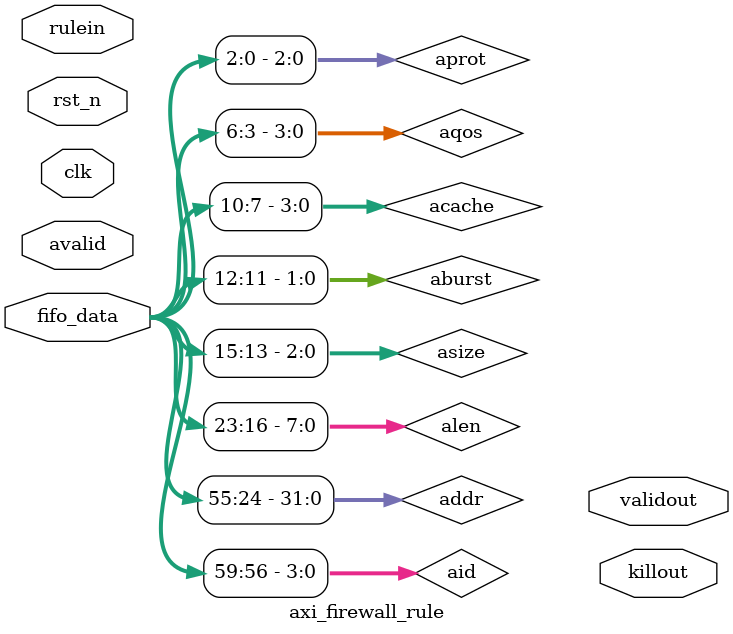
<source format=v>





module axi_firewall_rule #(parameter RULEWID=35,parameter AWIDREC = 4+32+8+3+2+4+4+3) (
    input clk, input rst_n
    ,output validout, output killout

    ,input [AWIDREC-1:0] fifo_data
    ,input avalid


    ,input [RULEWID-1:0] rulein



);

wire [3:0] aid;
wire [31:0] addr;
wire [7:0]  alen;
wire [2:0]  asize;
wire [1:0]  aburst;
wire [3:0]  acache;
wire [3:0]  aqos;
wire [2:0]  aprot;


assign {aid,addr,alen,asize,aburst,acache,aqos,aprot} = fifo_data;


endmodule


</source>
